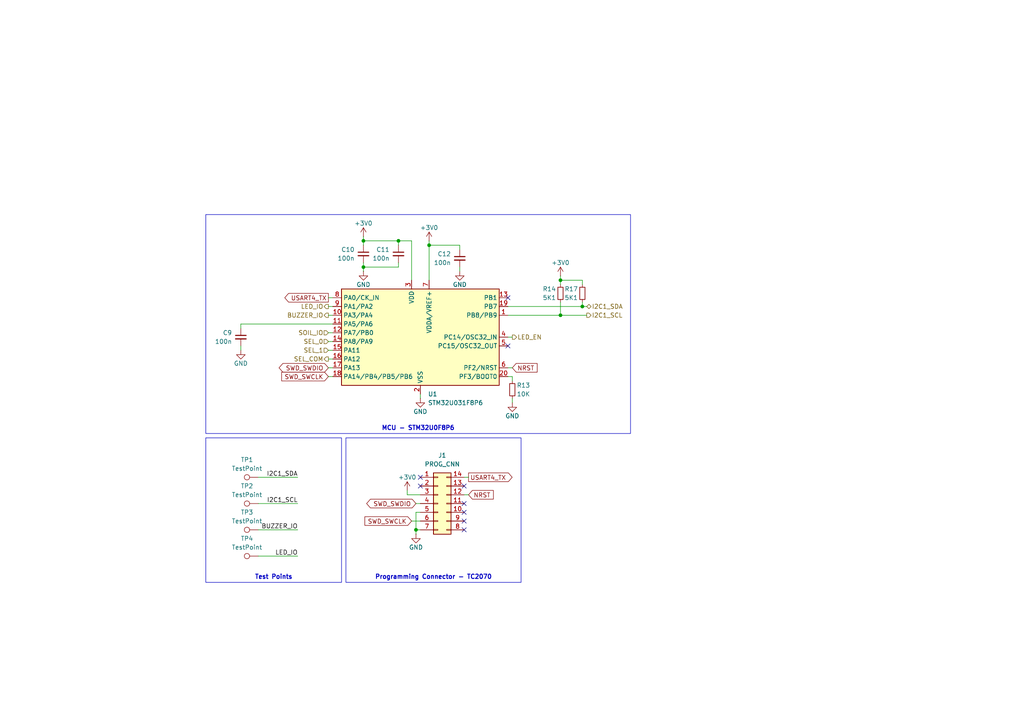
<source format=kicad_sch>
(kicad_sch (version 20231120) (generator "eeschema") (generator_version "8.0")
  (paper "A4")
  (title_block (title "PlanTher") (date "2025-04-21") (rev "A") (company "Getbit Systems") (comment 4 "Designer: Mauricio Barroso Benavides"))
  (lib_symbols
    (symbol "Connector:TestPoint" (pin_numbers hide) (pin_names (offset 0.762) hide)
      (property "Reference" "TP" (at 0 6.858 0))
      (property "Value" "TestPoint" (at 0 5.08 0))
      (symbol "TestPoint_0_1"
        (circle (center 0 3.302) (radius 0.762))
      )
      (symbol "TestPoint_1_1"
        (pin passive line (at 0 0 90) (length 2.54) (name "1") (number "1"))
      )
    )
    (symbol "Connector_Generic:Conn_02x07_Counter_Clockwise" (pin_names (offset 1.016) hide)
      (property "Reference" "J" (at 1.27 10.16 0))
      (property "Value" "Conn_02x07_Counter_Clockwise" (at 1.27 -10.16 0))
      (symbol "Conn_02x07_Counter_Clockwise_1_1"
        (rectangle (start -1.27 -7.493) (end 0 -7.747) (stroke (width 0.1524)))
        (rectangle (start -1.27 -4.953) (end 0 -5.207) (stroke (width 0.1524)))
        (rectangle (start -1.27 -2.413) (end 0 -2.667) (stroke (width 0.1524)))
        (rectangle (start -1.27 0.127) (end 0 -0.127) (stroke (width 0.1524)))
        (rectangle (start -1.27 2.667) (end 0 2.413) (stroke (width 0.1524)))
        (rectangle (start -1.27 5.207) (end 0 4.953) (stroke (width 0.1524)))
        (rectangle (start -1.27 7.747) (end 0 7.493) (stroke (width 0.1524)))
        (rectangle (start -1.27 8.89) (end 3.81 -8.89) (stroke (width 0.254)) (fill (type background)))
        (rectangle (start 3.81 -7.493) (end 2.54 -7.747) (stroke (width 0.1524)))
        (rectangle (start 3.81 -4.953) (end 2.54 -5.207) (stroke (width 0.1524)))
        (rectangle (start 3.81 -2.413) (end 2.54 -2.667) (stroke (width 0.1524)))
        (rectangle (start 3.81 0.127) (end 2.54 -0.127) (stroke (width 0.1524)))
        (rectangle (start 3.81 2.667) (end 2.54 2.413) (stroke (width 0.1524)))
        (rectangle (start 3.81 5.207) (end 2.54 4.953) (stroke (width 0.1524)))
        (rectangle (start 3.81 7.747) (end 2.54 7.493) (stroke (width 0.1524)))
        (pin passive line (at -5.08 7.62 0) (length 3.81) (name "Pin_1") (number "1"))
        (pin passive line (at 7.62 -2.54 180) (length 3.81) (name "Pin_10") (number "10"))
        (pin passive line (at 7.62 0 180) (length 3.81) (name "Pin_11") (number "11"))
        (pin passive line (at 7.62 2.54 180) (length 3.81) (name "Pin_12") (number "12"))
        (pin passive line (at 7.62 5.08 180) (length 3.81) (name "Pin_13") (number "13"))
        (pin passive line (at 7.62 7.62 180) (length 3.81) (name "Pin_14") (number "14"))
        (pin passive line (at -5.08 5.08 0) (length 3.81) (name "Pin_2") (number "2"))
        (pin passive line (at -5.08 2.54 0) (length 3.81) (name "Pin_3") (number "3"))
        (pin passive line (at -5.08 0 0) (length 3.81) (name "Pin_4") (number "4"))
        (pin passive line (at -5.08 -2.54 0) (length 3.81) (name "Pin_5") (number "5"))
        (pin passive line (at -5.08 -5.08 0) (length 3.81) (name "Pin_6") (number "6"))
        (pin passive line (at -5.08 -7.62 0) (length 3.81) (name "Pin_7") (number "7"))
        (pin passive line (at 7.62 -7.62 180) (length 3.81) (name "Pin_8") (number "8"))
        (pin passive line (at 7.62 -5.08 180) (length 3.81) (name "Pin_9") (number "9"))
      )
    )
    (symbol "Device:C_Small" (pin_numbers hide) (pin_names (offset 0.254) hide)
      (property "Reference" "C" (at 0.254 1.778 0))
      (property "Value" "C_Small" (at 0.254 -2.032 0))
      (symbol "C_Small_0_1"
        (polyline (pts (xy -1.524 -0.508) (xy 1.524 -0.508)) (stroke (width 0.3302)))
        (polyline (pts (xy -1.524 0.508) (xy 1.524 0.508)) (stroke (width 0.3048)))
      )
      (symbol "C_Small_1_1"
        (pin passive line (at 0 2.54 270) (length 2.032) (name "~") (number "1"))
        (pin passive line (at 0 -2.54 90) (length 2.032) (name "~") (number "2"))
      )
    )
    (symbol "Device:R_Small" (pin_numbers hide) (pin_names (offset 0.254) hide)
      (property "Reference" "R" (at 0.762 0.508 0))
      (property "Value" "R_Small" (at 0.762 -1.016 0))
      (symbol "R_Small_0_1"
        (rectangle (start -0.762 1.778) (end 0.762 -1.778) (stroke (width 0.2032)))
      )
      (symbol "R_Small_1_1"
        (pin passive line (at 0 2.54 270) (length 0.762) (name "~") (number "1"))
        (pin passive line (at 0 -2.54 90) (length 0.762) (name "~") (number "2"))
      )
    )
    (symbol "GetbitSystems:STM32U031F8P6"
      (property "Reference" "U" (at 12.7 16.764 0))
      (property "Value" "STM32U031F8P6" (at 14.732 -14.732 0))
      (symbol "STM32U031F8P6_0_1"
        (rectangle (start -22.86 15.24) (end 22.86 -12.7) (stroke (width 0.254)) (fill (type background)))
      )
      (symbol "STM32U031F8P6_1_1"
        (pin bidirectional line (at 25.4 7.62 180) (length 2.54) (name "PB8/PB9") (number "1"))
        (pin bidirectional line (at -25.4 7.62 0) (length 2.54) (name "PA3/PA4") (number "10"))
        (pin bidirectional line (at -25.4 5.08 0) (length 2.54) (name "PA5/PA6") (number "11"))
        (pin bidirectional line (at -25.4 2.54 0) (length 2.54) (name "PA7/PB0") (number "12"))
        (pin bidirectional line (at 25.4 12.7 180) (length 2.54) (name "PB1") (number "13"))
        (pin bidirectional line (at -25.4 0 0) (length 2.54) (name "PA8/PA9") (number "14"))
        (pin bidirectional line (at -25.4 -2.54 0) (length 2.54) (name "PA11") (number "15"))
        (pin bidirectional line (at -25.4 -5.08 0) (length 2.54) (name "PA12") (number "16"))
        (pin bidirectional line (at -25.4 -7.62 0) (length 2.54) (name "PA13") (number "17"))
        (pin bidirectional line (at -25.4 -10.16 0) (length 2.54) (name "PA14/PB4/PB5/PB6") (number "18"))
        (pin bidirectional line (at 25.4 10.16 180) (length 2.54) (name "PB7") (number "19"))
        (pin power_in line (at 0 -15.24 90) (length 2.54) (name "VSS") (number "2"))
        (pin bidirectional line (at 25.4 -10.16 180) (length 2.54) (name "PF3/BOOT0") (number "20"))
        (pin power_in line (at -2.54 17.78 270) (length 2.54) (name "VDD") (number "3"))
        (pin bidirectional line (at 25.4 1.27 180) (length 2.54) (name "PC14/OSC32_IN") (number "4"))
        (pin bidirectional line (at 25.4 -1.27 180) (length 2.54) (name "PC15/OSC32_OUT") (number "5"))
        (pin bidirectional line (at 25.4 -7.62 180) (length 2.54) (name "PF2/NRST") (number "6"))
        (pin power_in line (at 2.54 17.78 270) (length 2.54) (name "VDDA/VREF+") (number "7"))
        (pin bidirectional line (at -25.4 12.7 0) (length 2.54) (name "PA0/CK_IN") (number "8"))
        (pin bidirectional line (at -25.4 10.16 0) (length 2.54) (name "PA1/PA2") (number "9"))
      )
    )
    (symbol "power:+3V0" (power) (pin_numbers hide) (pin_names (offset 0) hide)
      (property "Value" "+3V0" (at 0 3.556 0))
      (symbol "+3V0_0_1"
        (polyline (pts (xy -0.762 1.27) (xy 0 2.54)))
        (polyline (pts (xy 0 0) (xy 0 2.54)))
        (polyline (pts (xy 0 2.54) (xy 0.762 1.27)))
      )
      (symbol "+3V0_1_1"
        (pin power_in line (at 0 0 90) (length 0) (name "~") (number "1"))
      )
    )
    (symbol "power:GND" (power) (pin_numbers hide) (pin_names (offset 0) hide)
      (property "Value" "GND" (at 0 -3.81 0))
      (symbol "GND_0_1"
        (polyline (pts (xy 0 0) (xy 0 -1.27) (xy 1.27 -1.27) (xy 0 -2.54) (xy -1.27 -1.27) (xy 0 -1.27)))
      )
      (symbol "GND_1_1"
        (pin power_in line (at 0 0 270) (length 0) (name "~") (number "1"))
      )
    )
  )
  (junction (at 105.41 69.85))
  (junction (at 124.46 71.12))
  (junction (at 105.41 77.47))
  (junction (at 115.57 69.85))
  (junction (at 162.56 81.28))
  (junction (at 168.91 88.9))
  (junction (at 162.56 91.44))
  (junction (at 120.65 153.67))
  (no_connect (at 121.92 140.97))
  (no_connect (at 134.62 146.05))
  (no_connect (at 134.62 151.13))
  (no_connect (at 134.62 140.97))
  (no_connect (at 134.62 153.67))
  (no_connect (at 147.32 86.36))
  (no_connect (at 147.32 100.33))
  (no_connect (at 121.92 138.43))
  (no_connect (at 134.62 148.59))
  (wire (pts (xy 121.92 143.51) (xy 118.11 143.51)))
  (wire (pts (xy 120.65 148.59) (xy 121.92 148.59)))
  (wire (pts (xy 74.93 146.05) (xy 86.36 146.05)))
  (wire (pts (xy 95.25 99.06) (xy 96.52 99.06)))
  (wire (pts (xy 105.41 71.12) (xy 105.41 69.85)))
  (wire (pts (xy 95.25 88.9) (xy 96.52 88.9)))
  (wire (pts (xy 119.38 151.13) (xy 121.92 151.13)))
  (wire (pts (xy 120.65 153.67) (xy 121.92 153.67)))
  (wire (pts (xy 133.35 77.47) (xy 133.35 78.74)))
  (wire (pts (xy 147.32 97.79) (xy 148.59 97.79)))
  (wire (pts (xy 105.41 77.47) (xy 105.41 78.74)))
  (wire (pts (xy 115.57 69.85) (xy 119.38 69.85)))
  (wire (pts (xy 147.32 106.68) (xy 148.59 106.68)))
  (wire (pts (xy 133.35 71.12) (xy 124.46 71.12)))
  (wire (pts (xy 74.93 161.29) (xy 86.36 161.29)))
  (wire (pts (xy 168.91 82.55) (xy 168.91 81.28)))
  (wire (pts (xy 168.91 81.28) (xy 162.56 81.28)))
  (wire (pts (xy 148.59 115.57) (xy 148.59 116.84)))
  (wire (pts (xy 162.56 87.63) (xy 162.56 91.44)))
  (wire (pts (xy 134.62 143.51) (xy 135.89 143.51)))
  (wire (pts (xy 69.85 100.33) (xy 69.85 101.6)))
  (wire (pts (xy 147.32 109.22) (xy 148.59 109.22)))
  (wire (pts (xy 120.65 153.67) (xy 120.65 154.94)))
  (wire (pts (xy 133.35 72.39) (xy 133.35 71.12)))
  (wire (pts (xy 95.25 104.14) (xy 96.52 104.14)))
  (wire (pts (xy 105.41 76.2) (xy 105.41 77.47)))
  (wire (pts (xy 124.46 69.85) (xy 124.46 71.12)))
  (wire (pts (xy 74.93 153.67) (xy 86.36 153.67)))
  (wire (pts (xy 95.25 101.6) (xy 96.52 101.6)))
  (wire (pts (xy 147.32 88.9) (xy 168.91 88.9)))
  (wire (pts (xy 118.11 143.51) (xy 118.11 142.24)))
  (wire (pts (xy 120.65 146.05) (xy 121.92 146.05)))
  (wire (pts (xy 74.93 138.43) (xy 86.36 138.43)))
  (wire (pts (xy 105.41 68.58) (xy 105.41 69.85)))
  (wire (pts (xy 120.65 148.59) (xy 120.65 153.67)))
  (wire (pts (xy 96.52 93.98) (xy 69.85 93.98)))
  (wire (pts (xy 162.56 80.01) (xy 162.56 81.28)))
  (wire (pts (xy 115.57 77.47) (xy 115.57 76.2)))
  (wire (pts (xy 168.91 87.63) (xy 168.91 88.9)))
  (wire (pts (xy 115.57 69.85) (xy 115.57 71.12)))
  (wire (pts (xy 95.25 91.44) (xy 96.52 91.44)))
  (wire (pts (xy 124.46 71.12) (xy 124.46 81.28)))
  (wire (pts (xy 95.25 109.22) (xy 96.52 109.22)))
  (wire (pts (xy 69.85 93.98) (xy 69.85 95.25)))
  (wire (pts (xy 95.25 96.52) (xy 96.52 96.52)))
  (wire (pts (xy 105.41 69.85) (xy 115.57 69.85)))
  (wire (pts (xy 134.62 138.43) (xy 135.89 138.43)))
  (wire (pts (xy 162.56 91.44) (xy 170.18 91.44)))
  (wire (pts (xy 121.92 114.3) (xy 121.92 115.57)))
  (wire (pts (xy 95.25 86.36) (xy 96.52 86.36)))
  (wire (pts (xy 105.41 77.47) (xy 115.57 77.47)))
  (wire (pts (xy 162.56 81.28) (xy 162.56 82.55)))
  (wire (pts (xy 95.25 106.68) (xy 96.52 106.68)))
  (wire (pts (xy 168.91 88.9) (xy 170.18 88.9)))
  (wire (pts (xy 147.32 91.44) (xy 162.56 91.44)))
  (wire (pts (xy 148.59 109.22) (xy 148.59 110.49)))
  (wire (pts (xy 119.38 69.85) (xy 119.38 81.28)))
  (text_box "MCU - STM32U0F8P6" (at 59.69 62.23 0) (size 123.19 63.5) (effects (font (size 1.27 1.27) (thickness 0.254) (bold yes)) (justify bottom)))
  (text_box "Test Points" (at 59.69 127 0) (size 39.37 41.91) (effects (font (size 1.27 1.27) (thickness 0.254) (bold yes)) (justify bottom)))
  (text_box "Programming Connector - TC2070" (at 100.33 127 0) (size 50.8 41.91) (effects (font (size 1.27 1.27) (thickness 0.254) (bold yes)) (justify bottom)))
  (label "I2C1_SCL" (at 86.36 146.05 180))
  (label "BUZZER_IO" (at 86.36 153.67 180))
  (label "I2C1_SDA" (at 86.36 138.43 180))
  (label "LED_IO" (at 86.36 161.29 180))
  (global_label "SWD_SWCLK" (shape input) (at 95.25 109.22 180) (property "Intersheetrefs" "${INTERSHEET_REFS}" (effects (hide yes))))
  (global_label "SWD_SWCLK" (shape input) (at 119.38 151.13 180) (property "Intersheetrefs" "${INTERSHEET_REFS}" (effects (hide yes))))
  (global_label "USART4_TX" (shape output) (at 95.25 86.36 180) (property "Intersheetrefs" "${INTERSHEET_REFS}" (effects (hide yes))))
  (global_label "SWD_SWDIO" (shape bidirectional) (at 95.25 106.68 180) (property "Intersheetrefs" "${INTERSHEET_REFS}" (effects (hide yes))))
  (global_label "SWD_SWDIO" (shape bidirectional) (at 120.65 146.05 180) (property "Intersheetrefs" "${INTERSHEET_REFS}" (effects (hide yes))))
  (global_label "NRST" (shape input) (at 148.59 106.68 0) (property "Intersheetrefs" "${INTERSHEET_REFS}" (effects (hide yes))))
  (global_label "USART4_TX" (shape output) (at 135.89 138.43 0) (property "Intersheetrefs" "${INTERSHEET_REFS}" (effects (hide yes))))
  (global_label "NRST" (shape input) (at 135.89 143.51 0) (property "Intersheetrefs" "${INTERSHEET_REFS}" (effects (hide yes))))
  (hierarchical_label "I2C1_SDA" (shape bidirectional) (at 170.18 88.9 0))
  (hierarchical_label "SOIL_IO" (shape input) (at 95.25 96.52 180))
  (hierarchical_label "BUZZER_IO" (shape output) (at 95.25 91.44 180))
  (hierarchical_label "SEL_0" (shape input) (at 95.25 99.06 180))
  (hierarchical_label "SEL_COM" (shape output) (at 95.25 104.14 180))
  (hierarchical_label "I2C1_SCL" (shape output) (at 170.18 91.44 0))
  (hierarchical_label "SEL_1" (shape input) (at 95.25 101.6 180))
  (hierarchical_label "LED_IO" (shape output) (at 95.25 88.9 180))
  (hierarchical_label "LED_EN" (shape output) (at 148.59 97.79 0))
  (symbol (lib_id "Connector:TestPoint") (at 74.93 138.43 90) (unit 1)
    (property "Reference" "TP1" (at 71.628 133.35 90))
    (property "Value" "TestPoint" (at 71.628 135.89 90))
    (property "Footprint" "TestPoint:TestPoint_Pad_D1.0mm" (effects (hide yes)))
    (property "Description" "test point" (effects (hide yes)))
  )
  (symbol (lib_id "Device:C_Small") (at 133.35 74.93 0) (mirror y) (unit 1)
    (property "Reference" "C12" (at 130.81 73.6662 0) (effects (justify left)))
    (property "Value" "100n" (at 130.81 76.2062 0) (effects (justify left)))
    (property "Footprint" "Capacitor_SMD:C_0603_1608Metric" (effects (hide yes)))
    (property "Datasheet" "https://www.lcsc.com/datasheet/lcsc_datasheet_2211101700_YAGEO-CC0603KRX7R9BB104_C14663.pdf" (effects (hide yes)))
    (property "Description" "50V 100nF X7R ±10% 0603 Multilayer Ceramic Capacitors MLCC - SMD/SMT ROHS" (effects (hide yes)))
    (property "LCSC" "C14663" (effects (hide yes)))
    (property "Mouser" "603-CC603KRX7R9BB104 " (effects (hide yes)))
  )
  (symbol (lib_id "power:+3V0") (at 124.46 69.85 0) (unit 1)
    (property "Reference" "#PWR033" (effects (hide yes)))
    (property "Value" "+3V0" (at 124.46 66.04 0))
    (property "Description" "Power symbol creates a global label with name \"+3V0\"" (effects (hide yes)))
  )
  (symbol (lib_id "Device:R_Small") (at 168.91 85.09 0) (unit 1)
    (property "Reference" "R17" (at 167.64 83.82 0) (effects (justify right)))
    (property "Value" "5K1" (at 167.64 86.36 0) (effects (justify right)))
    (property "Footprint" "Resistor_SMD:R_0603_1608Metric" (effects (hide yes)))
    (property "Datasheet" "https://www.lcsc.com/datasheet/lcsc_datasheet_2206010116_UNI-ROYAL-Uniroyal-Elec-0603WAF5101T5E_C23186.pdf" (effects (hide yes)))
    (property "Description" "100mW Thick Film Resistors 75V ±100ppm/℃ ±1% 5.1kΩ 0603 Chip Resistor - Surface Mount ROHS" (effects (hide yes)))
    (property "LCSC" "C23186" (effects (hide yes)))
    (property "Mouser" "303-0603WAF5101T5E " (effects (hide yes)))
  )
  (symbol (lib_id "GetbitSystems:STM32U031F8P6") (at 121.92 99.06 0) (unit 1)
    (property "Reference" "U1" (at 124.1141 114.3 0) (effects (justify left)))
    (property "Value" "STM32U031F8P6" (at 124.1141 116.84 0) (effects (justify left)))
    (property "Footprint" "Package_SO:TSSOP-20_4.4x6.5mm_P0.65mm" (effects (hide yes)))
    (property "Datasheet" "https://www.st.com/resource/en/datasheet/stm32u031f8.pdf" (effects (hide yes)))
    (property "Description" "STMicroelectronics Arm Cortex-M0+ MCU, 64KB flash, 12KB RAM, 56 MHz, 1.71-3.6V, 17 GPIO, TSSOP20" (effects (hide yes)))
    (property "LCSC" "C22808553" (effects (hide yes)))
    (property "Mouser" "511-STM32U031F8P6 " (effects (hide yes)))
  )
  (symbol (lib_id "power:GND") (at 105.41 78.74 0) (unit 1)
    (property "Reference" "#PWR018" (effects (hide yes)))
    (property "Value" "GND" (at 105.41 82.55 0))
    (property "Description" "Power symbol creates a global label with name \"GND\" , ground" (effects (hide yes)))
  )
  (symbol (lib_id "Device:C_Small") (at 105.41 73.66 0) (mirror y) (unit 1)
    (property "Reference" "C10" (at 102.87 72.3962 0) (effects (justify left)))
    (property "Value" "100n" (at 102.87 74.9362 0) (effects (justify left)))
    (property "Footprint" "Capacitor_SMD:C_0603_1608Metric" (effects (hide yes)))
    (property "Datasheet" "https://www.lcsc.com/datasheet/lcsc_datasheet_2211101700_YAGEO-CC0603KRX7R9BB104_C14663.pdf" (effects (hide yes)))
    (property "Description" "50V 100nF X7R ±10% 0603 Multilayer Ceramic Capacitors MLCC - SMD/SMT ROHS" (effects (hide yes)))
    (property "LCSC" "C14663" (effects (hide yes)))
    (property "Mouser" "603-CC603KRX7R9BB104 " (effects (hide yes)))
  )
  (symbol (lib_id "power:GND") (at 69.85 101.6 0) (unit 1)
    (property "Reference" "#PWR01" (effects (hide yes)))
    (property "Value" "GND" (at 69.85 105.41 0))
    (property "Description" "Power symbol creates a global label with name \"GND\" , ground" (effects (hide yes)))
  )
  (symbol (lib_id "power:GND") (at 133.35 78.74 0) (unit 1)
    (property "Reference" "#PWR034" (effects (hide yes)))
    (property "Value" "GND" (at 133.35 82.55 0))
    (property "Description" "Power symbol creates a global label with name \"GND\" , ground" (effects (hide yes)))
  )
  (symbol (lib_id "power:+3V0") (at 118.11 142.24 0) (unit 1)
    (property "Reference" "#PWR037" (effects (hide yes)))
    (property "Value" "+3V0" (at 118.11 138.43 0))
    (property "Description" "Power symbol creates a global label with name \"+3V0\"" (effects (hide yes)))
  )
  (symbol (lib_id "Connector_Generic:Conn_02x07_Counter_Clockwise") (at 127 146.05 0) (unit 1)
    (property "Reference" "J1" (at 128.27 132.08 0))
    (property "Value" "PROG_CNN" (at 128.27 134.62 0))
    (property "Footprint" "Connector:Tag-Connect_TC2070-IDC-FP_2x07_P1.27mm_Vertical" (effects (hide yes)))
    (property "Datasheet" "https://www.tag-connect.com/wp-content/uploads/bsk-pdf-manager/TC2070-IDC_Datasheet_11.pdf" (effects (hide yes)))
    (property "Description" "TC2070 14-pin Plug-of-Nails™ Cable (with legs)" (effects (hide yes)))
  )
  (symbol (lib_id "power:+3V0") (at 162.56 80.01 0) (unit 1)
    (property "Reference" "#PWR036" (effects (hide yes)))
    (property "Value" "+3V0" (at 162.56 76.2 0))
    (property "Description" "Power symbol creates a global label with name \"+3V0\"" (effects (hide yes)))
  )
  (symbol (lib_id "power:GND") (at 148.59 116.84 0) (unit 1)
    (property "Reference" "#PWR035" (effects (hide yes)))
    (property "Value" "GND" (at 148.59 120.65 0))
    (property "Description" "Power symbol creates a global label with name \"GND\" , ground" (effects (hide yes)))
  )
  (symbol (lib_id "power:+3V0") (at 105.41 68.58 0) (unit 1)
    (property "Reference" "#PWR02" (effects (hide yes)))
    (property "Value" "+3V0" (at 105.41 64.77 0))
    (property "Description" "Power symbol creates a global label with name \"+3V0\"" (effects (hide yes)))
  )
  (symbol (lib_id "Device:C_Small") (at 69.85 97.79 0) (mirror y) (unit 1)
    (property "Reference" "C9" (at 67.31 96.5262 0) (effects (justify left)))
    (property "Value" "100n" (at 67.31 99.0662 0) (effects (justify left)))
    (property "Footprint" "Capacitor_SMD:C_0603_1608Metric" (effects (hide yes)))
    (property "Datasheet" "https://www.lcsc.com/datasheet/lcsc_datasheet_2211101700_YAGEO-CC0603KRX7R9BB104_C14663.pdf" (effects (hide yes)))
    (property "Description" "50V 100nF X7R ±10% 0603 Multilayer Ceramic Capacitors MLCC - SMD/SMT ROHS" (effects (hide yes)))
    (property "LCSC" "C14663" (effects (hide yes)))
    (property "Mouser" "603-CC603KRX7R9BB104 " (effects (hide yes)))
  )
  (symbol (lib_id "Connector:TestPoint") (at 74.93 146.05 90) (unit 1)
    (property "Reference" "TP2" (at 71.628 140.97 90))
    (property "Value" "TestPoint" (at 71.628 143.51 90))
    (property "Footprint" "TestPoint:TestPoint_Pad_D1.0mm" (effects (hide yes)))
    (property "Description" "test point" (effects (hide yes)))
  )
  (symbol (lib_id "power:GND") (at 121.92 115.57 0) (unit 1)
    (property "Reference" "#PWR032" (effects (hide yes)))
    (property "Value" "GND" (at 121.92 119.38 0))
    (property "Description" "Power symbol creates a global label with name \"GND\" , ground" (effects (hide yes)))
  )
  (symbol (lib_id "Connector:TestPoint") (at 74.93 161.29 90) (unit 1)
    (property "Reference" "TP4" (at 71.628 156.21 90))
    (property "Value" "TestPoint" (at 71.628 158.75 90))
    (property "Footprint" "TestPoint:TestPoint_Pad_D1.0mm" (effects (hide yes)))
    (property "Description" "test point" (effects (hide yes)))
  )
  (symbol (lib_id "Device:R_Small") (at 162.56 85.09 0) (unit 1)
    (property "Reference" "R14" (at 161.29 83.82 0) (effects (justify right)))
    (property "Value" "5K1" (at 161.29 86.36 0) (effects (justify right)))
    (property "Footprint" "Resistor_SMD:R_0603_1608Metric" (effects (hide yes)))
    (property "Datasheet" "https://www.lcsc.com/datasheet/lcsc_datasheet_2206010116_UNI-ROYAL-Uniroyal-Elec-0603WAF5101T5E_C23186.pdf" (effects (hide yes)))
    (property "Description" "100mW Thick Film Resistors 75V ±100ppm/℃ ±1% 5.1kΩ 0603 Chip Resistor - Surface Mount ROHS" (effects (hide yes)))
    (property "LCSC" "C23186" (effects (hide yes)))
    (property "Mouser" "303-0603WAF5101T5E " (effects (hide yes)))
  )
  (symbol (lib_id "Connector:TestPoint") (at 74.93 153.67 90) (unit 1)
    (property "Reference" "TP3" (at 71.628 148.59 90))
    (property "Value" "TestPoint" (at 71.628 151.13 90))
    (property "Footprint" "TestPoint:TestPoint_Pad_D1.0mm" (effects (hide yes)))
    (property "Description" "test point" (effects (hide yes)))
  )
  (symbol (lib_id "Device:R_Small") (at 148.59 113.03 0) (mirror y) (unit 1)
    (property "Reference" "R13" (at 149.86 111.76 0) (effects (justify right)))
    (property "Value" "10K" (at 149.86 114.3 0) (effects (justify right)))
    (property "Footprint" "Resistor_SMD:R_0603_1608Metric" (effects (hide yes)))
    (property "Datasheet" "https://www.lcsc.com/datasheet/lcsc_datasheet_2206010045_UNI-ROYAL-Uniroyal-Elec-0603WAF1002T5E_C25804.pdf" (effects (hide yes)))
    (property "Description" "100mW Thick Film Resistors 75V ±100ppm/℃ ±1% 10kΩ 0603 Chip Resistor - Surface Mount ROHS" (effects (hide yes)))
    (property "LCSC" "C25804" (effects (hide yes)))
    (property "Mouser" "303-0603WAF1002T5E " (effects (hide yes)))
  )
  (symbol (lib_id "Device:C_Small") (at 115.57 73.66 0) (mirror y) (unit 1)
    (property "Reference" "C11" (at 113.03 72.3962 0) (effects (justify left)))
    (property "Value" "100n" (at 113.03 74.9362 0) (effects (justify left)))
    (property "Footprint" "Capacitor_SMD:C_0603_1608Metric" (effects (hide yes)))
    (property "Datasheet" "https://www.lcsc.com/datasheet/lcsc_datasheet_2211101700_YAGEO-CC0603KRX7R9BB104_C14663.pdf" (effects (hide yes)))
    (property "Description" "50V 100nF X7R ±10% 0603 Multilayer Ceramic Capacitors MLCC - SMD/SMT ROHS" (effects (hide yes)))
    (property "LCSC" "C14663" (effects (hide yes)))
    (property "Mouser" "603-CC603KRX7R9BB104 " (effects (hide yes)))
  )
  (symbol (lib_id "power:GND") (at 120.65 154.94 0) (unit 1)
    (property "Reference" "#PWR038" (effects (hide yes)))
    (property "Value" "GND" (at 120.65 158.75 0))
    (property "Description" "Power symbol creates a global label with name \"GND\" , ground" (effects (hide yes)))
  )
)
</source>
